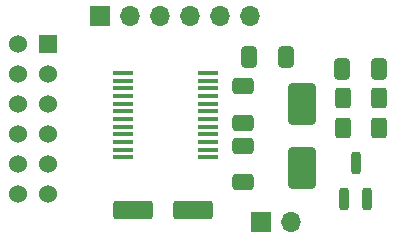
<source format=gbr>
%TF.GenerationSoftware,KiCad,Pcbnew,8.0.3*%
%TF.CreationDate,2024-07-01T15:12:56-05:00*%
%TF.ProjectId,Cartpole_HBridge,43617274-706f-46c6-955f-484272696467,rev?*%
%TF.SameCoordinates,Original*%
%TF.FileFunction,Soldermask,Top*%
%TF.FilePolarity,Negative*%
%FSLAX46Y46*%
G04 Gerber Fmt 4.6, Leading zero omitted, Abs format (unit mm)*
G04 Created by KiCad (PCBNEW 8.0.3) date 2024-07-01 15:12:56*
%MOMM*%
%LPD*%
G01*
G04 APERTURE LIST*
G04 Aperture macros list*
%AMRoundRect*
0 Rectangle with rounded corners*
0 $1 Rounding radius*
0 $2 $3 $4 $5 $6 $7 $8 $9 X,Y pos of 4 corners*
0 Add a 4 corners polygon primitive as box body*
4,1,4,$2,$3,$4,$5,$6,$7,$8,$9,$2,$3,0*
0 Add four circle primitives for the rounded corners*
1,1,$1+$1,$2,$3*
1,1,$1+$1,$4,$5*
1,1,$1+$1,$6,$7*
1,1,$1+$1,$8,$9*
0 Add four rect primitives between the rounded corners*
20,1,$1+$1,$2,$3,$4,$5,0*
20,1,$1+$1,$4,$5,$6,$7,0*
20,1,$1+$1,$6,$7,$8,$9,0*
20,1,$1+$1,$8,$9,$2,$3,0*%
G04 Aperture macros list end*
%ADD10RoundRect,0.250000X-1.412500X-0.550000X1.412500X-0.550000X1.412500X0.550000X-1.412500X0.550000X0*%
%ADD11RoundRect,0.250000X-0.900000X1.500000X-0.900000X-1.500000X0.900000X-1.500000X0.900000X1.500000X0*%
%ADD12RoundRect,0.250000X-0.650000X0.412500X-0.650000X-0.412500X0.650000X-0.412500X0.650000X0.412500X0*%
%ADD13RoundRect,0.250000X-0.412500X-0.650000X0.412500X-0.650000X0.412500X0.650000X-0.412500X0.650000X0*%
%ADD14RoundRect,0.250000X-0.400000X-0.625000X0.400000X-0.625000X0.400000X0.625000X-0.400000X0.625000X0*%
%ADD15R,1.750000X0.450000*%
%ADD16R,1.524000X1.524000*%
%ADD17C,1.524000*%
%ADD18RoundRect,0.200000X0.200000X-0.750000X0.200000X0.750000X-0.200000X0.750000X-0.200000X-0.750000X0*%
%ADD19RoundRect,0.250000X0.412500X0.650000X-0.412500X0.650000X-0.412500X-0.650000X0.412500X-0.650000X0*%
%ADD20R,1.700000X1.700000*%
%ADD21O,1.700000X1.700000*%
%ADD22RoundRect,0.250000X0.650000X-0.412500X0.650000X0.412500X-0.650000X0.412500X-0.650000X-0.412500X0*%
G04 APERTURE END LIST*
D10*
%TO.C,C4*%
X56162500Y-73500000D03*
X61237500Y-73500000D03*
%TD*%
D11*
%TO.C,D1*%
X70500000Y-64500000D03*
X70500000Y-69900000D03*
%TD*%
D12*
%TO.C,C5*%
X65500000Y-62975000D03*
X65500000Y-66100000D03*
%TD*%
D13*
%TO.C,C2*%
X65975000Y-60500000D03*
X69100000Y-60500000D03*
%TD*%
D14*
%TO.C,R2*%
X73900000Y-64000000D03*
X77000000Y-64000000D03*
%TD*%
D15*
%TO.C,U1*%
X55337500Y-61850000D03*
X55337500Y-62500000D03*
X55337500Y-63150000D03*
X55337500Y-63800000D03*
X55337500Y-64450000D03*
X55337500Y-65100000D03*
X55337500Y-65750000D03*
X55337500Y-66400000D03*
X55337500Y-67050000D03*
X55337500Y-67700000D03*
X55337500Y-68350000D03*
X55337500Y-69000000D03*
X62537500Y-69000000D03*
X62537500Y-68350000D03*
X62537500Y-67700000D03*
X62537500Y-67050000D03*
X62537500Y-66400000D03*
X62537500Y-65750000D03*
X62537500Y-65100000D03*
X62537500Y-64450000D03*
X62537500Y-63800000D03*
X62537500Y-63150000D03*
X62537500Y-62500000D03*
X62537500Y-61850000D03*
%TD*%
D16*
%TO.C,J1*%
X49000000Y-59370000D03*
D17*
X49000000Y-61910000D03*
X49000000Y-64450000D03*
X49000000Y-66990000D03*
X49000000Y-69530000D03*
X49000000Y-72070000D03*
X46460000Y-59370000D03*
X46460000Y-61910000D03*
X46460000Y-64450000D03*
X46460000Y-66990000D03*
X46460000Y-69530000D03*
X46460000Y-72070000D03*
%TD*%
D18*
%TO.C,Q1*%
X74050000Y-72500000D03*
X75950000Y-72500000D03*
X75000000Y-69500000D03*
%TD*%
D19*
%TO.C,C1*%
X77000000Y-61500000D03*
X73875000Y-61500000D03*
%TD*%
D20*
%TO.C,J2*%
X67000000Y-74500000D03*
D21*
X69540000Y-74500000D03*
%TD*%
D20*
%TO.C,J3*%
X53340000Y-57000000D03*
D21*
X55880000Y-57000000D03*
X58420000Y-57000000D03*
X60960000Y-57000000D03*
X63500000Y-57000000D03*
X66040000Y-57000000D03*
%TD*%
D14*
%TO.C,R1*%
X73900000Y-66500000D03*
X77000000Y-66500000D03*
%TD*%
D22*
%TO.C,C3*%
X65500000Y-71125000D03*
X65500000Y-68000000D03*
%TD*%
M02*

</source>
